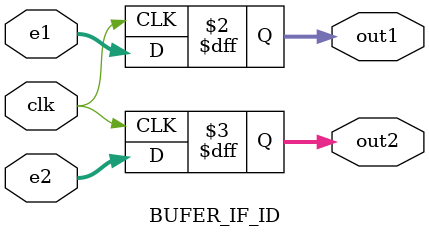
<source format=v>
module BUFER_IF_ID(
input  [31:0] e1, e2,
input clk,
output reg[31:0] out1,out2
);

always@(posedge clk)
begin
	out1<=e1;
	out2<=e2;
end
endmodule 
</source>
